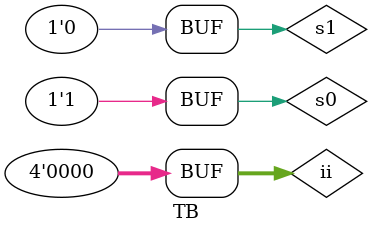
<source format=v>
module TB;
reg [0:3]ii;
reg s0;
reg s1;
wire yy;
initial
begin
$dumpfile("dump.vcd");
$dumpvars(0, TB);
end
MUX4 newMUX(.i(ii), .j0(s0),.j1(s1),.o(yy));
initial
begin
ii = 4'b0001;
s0=1'b0;
s1=1'b0;
#5
ii = 4'b1000;
#5
ii = 4'b0001;
s0=1'b1;
s1=1'b1;
#5
ii = 4'b0000;
s0=1'b1;
s1=1'b0;
end
endmodule

</source>
